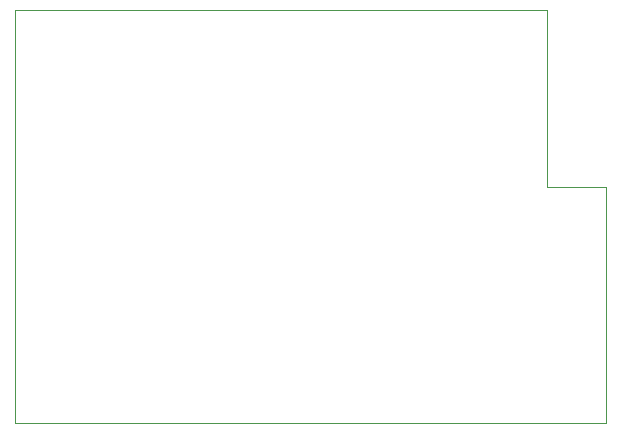
<source format=gm1>
G04 #@! TF.GenerationSoftware,KiCad,Pcbnew,8.0.2*
G04 #@! TF.CreationDate,2024-06-16T15:54:46+08:00*
G04 #@! TF.ProjectId,PerpetualClock,50657270-6574-4756-916c-436c6f636b2e,rev?*
G04 #@! TF.SameCoordinates,Original*
G04 #@! TF.FileFunction,Profile,NP*
%FSLAX46Y46*%
G04 Gerber Fmt 4.6, Leading zero omitted, Abs format (unit mm)*
G04 Created by KiCad (PCBNEW 8.0.2) date 2024-06-16 15:54:46*
%MOMM*%
%LPD*%
G01*
G04 APERTURE LIST*
G04 #@! TA.AperFunction,Profile*
%ADD10C,0.050000*%
G04 #@! TD*
G04 APERTURE END LIST*
D10*
X175660000Y-68320000D02*
X175660000Y-48320000D01*
X170660000Y-48320000D02*
X175660000Y-48320000D01*
X175660000Y-68320000D02*
X125660000Y-68320000D01*
X125660000Y-33320000D02*
X125660000Y-68320000D01*
X170660000Y-33320000D02*
X170660000Y-48320000D01*
X125660000Y-33320000D02*
X170660000Y-33320000D01*
M02*

</source>
